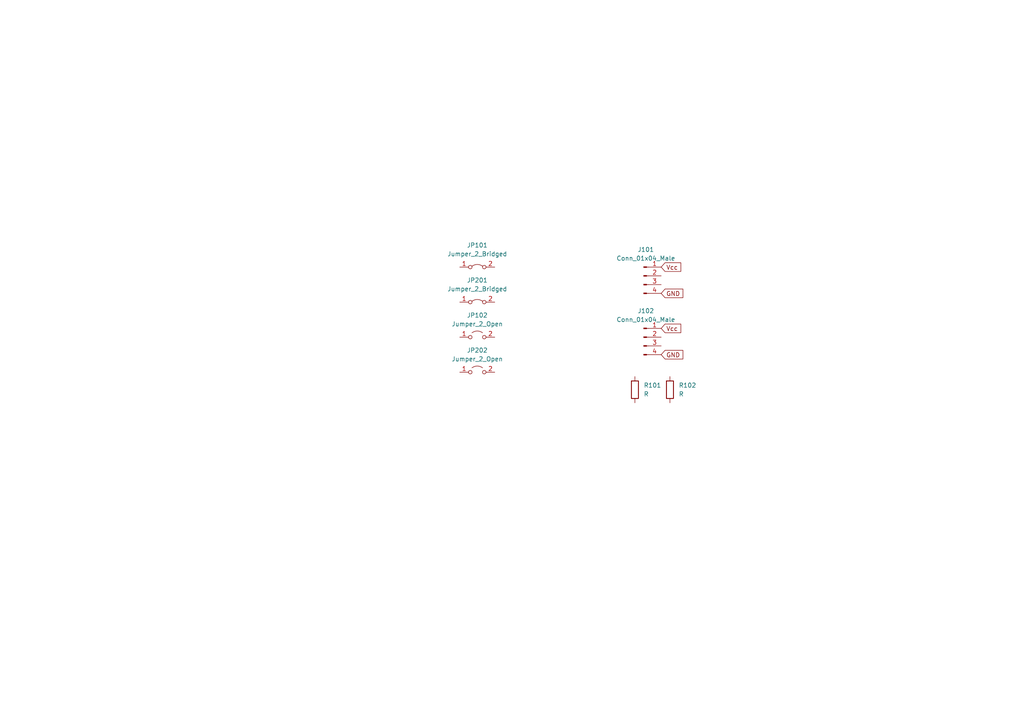
<source format=kicad_sch>
(kicad_sch (version 20211123) (generator eeschema)
  (paper "A4")
  (lib_symbols
    (symbol "Connector:Conn_01x04_Male" (pin_names (offset 1.016) hide)
      (property "Reference" "J" (at 0 5.08 0))
      (property "Value" "Conn_01x04_Male" (at 0 -7.62 0))
      (symbol "Conn_01x04_Male_1_1"
        (polyline (pts (xy 1.27 -5.08) (xy 0.8636 -5.08)) (stroke (width 0.1524)))
        (polyline (pts (xy 1.27 -2.54) (xy 0.8636 -2.54)) (stroke (width 0.1524)))
        (polyline (pts (xy 1.27 0) (xy 0.8636 0)) (stroke (width 0.1524)))
        (polyline (pts (xy 1.27 2.54) (xy 0.8636 2.54)) (stroke (width 0.1524)))
        (rectangle (start 0.8636 -4.953) (end 0 -5.207) (stroke (width 0.1524)) (fill (type outline)))
        (rectangle (start 0.8636 -2.413) (end 0 -2.667) (stroke (width 0.1524)) (fill (type outline)))
        (rectangle (start 0.8636 0.127) (end 0 -0.127) (stroke (width 0.1524)) (fill (type outline)))
        (rectangle (start 0.8636 2.667) (end 0 2.413) (stroke (width 0.1524)) (fill (type outline)))
        (pin passive line (at 5.08 2.54 180) (length 3.81) (name "Pin_1") (number "1"))
        (pin passive line (at 5.08 0 180) (length 3.81) (name "Pin_2") (number "2"))
        (pin passive line (at 5.08 -2.54 180) (length 3.81) (name "Pin_3") (number "3"))
        (pin passive line (at 5.08 -5.08 180) (length 3.81) (name "Pin_4") (number "4"))
      )
    )
    (symbol "Device:R" (pin_numbers hide) (pin_names (offset 0))
      (property "Reference" "R" (at 2.032 0 90))
      (property "Value" "R" (at 0 0 90))
      (symbol "R_0_1"
        (rectangle (start -1.016 -2.54) (end 1.016 2.54) (stroke (width 0.254)))
      )
      (symbol "R_1_1"
        (pin passive line (at 0 3.81 270) (length 1.27) (name "~") (number "1"))
        (pin passive line (at 0 -3.81 90) (length 1.27) (name "~") (number "2"))
      )
    )
    (symbol "Jumper:Jumper_2_Bridged" (pin_names (offset 0) hide)
      (property "Reference" "JP" (at 0 1.905 0))
      (property "Value" "Jumper_2_Bridged" (at 0 -2.54 0))
      (symbol "Jumper_2_Bridged_0_0"
        (circle (center -2.032 0) (radius 0.508))
        (circle (center 2.032 0) (radius 0.508))
      )
      (symbol "Jumper_2_Bridged_0_1"
        (arc (start 1.524 0.254) (mid 0 0.762) (end -1.524 0.254))
      )
      (symbol "Jumper_2_Bridged_1_1"
        (pin passive line (at -5.08 0 0) (length 2.54) (name "A") (number "1"))
        (pin passive line (at 5.08 0 180) (length 2.54) (name "B") (number "2"))
      )
    )
    (symbol "Jumper:Jumper_2_Open" (pin_names (offset 0) hide)
      (property "Reference" "JP" (at 0 2.794 0))
      (property "Value" "Jumper_2_Open" (at 0 -2.286 0))
      (symbol "Jumper_2_Open_0_0"
        (circle (center -2.032 0) (radius 0.508))
        (circle (center 2.032 0) (radius 0.508))
      )
      (symbol "Jumper_2_Open_0_1"
        (arc (start 1.524 1.27) (mid 0 1.778) (end -1.524 1.27))
      )
      (symbol "Jumper_2_Open_1_1"
        (pin passive line (at -5.08 0 0) (length 2.54) (name "A") (number "1"))
        (pin passive line (at 5.08 0 180) (length 2.54) (name "B") (number "2"))
      )
    )
  )
  (global_label "Vcc" (shape input) (at 191.77 77.47 0) (property "Intersheet References" "${INTERSHEET_REFS}" (effects hide)))
  (global_label "GND" (shape input) (at 191.77 85.09 0) (property "Intersheet References" "${INTERSHEET_REFS}" (effects hide)))
  (global_label "GND" (shape input) (at 191.77 102.87 0) (property "Intersheet References" "${INTERSHEET_REFS}" (effects hide)))
  (global_label "Vcc" (shape input) (at 191.77 95.25 0) (property "Intersheet References" "${INTERSHEET_REFS}" (effects hide)))
  (symbol (lib_id "Jumper:Jumper_2_Open") (at 138.43 107.95 0) (unit 1)
    (property "Reference" "JP202" (at 138.43 101.6 0))
    (property "Value" "Jumper_2_Open" (at 138.43 104.14 0))
    (property "Footprint" "Jumper:SolderJumper-2_P1.3mm_Open_RoundedPad1.0x1.5mm" (effects hide))
  )
  (symbol (lib_id "Jumper:Jumper_2_Bridged") (at 138.43 77.47 0) (unit 1)
    (property "Reference" "JP101" (at 138.43 71.12 0))
    (property "Value" "Jumper_2_Bridged" (at 138.43 73.66 0))
    (property "Footprint" "Customs:tinySJ-Bridged" (effects hide))
  )
  (symbol (lib_id "Connector:Conn_01x04_Male") (at 186.69 80.01 0) (unit 1)
    (property "Reference" "J101" (at 187.325 72.39 0))
    (property "Value" "Conn_01x04_Male" (at 187.325 74.93 0))
    (property "Footprint" "Connector_PinHeader_2.54mm:PinHeader_1x04_P2.54mm_Vertical" (effects hide))
  )
  (symbol (lib_id "Connector:Conn_01x04_Male") (at 186.69 97.79 0) (unit 1)
    (property "Reference" "J102" (at 187.325 90.17 0))
    (property "Value" "Conn_01x04_Male" (at 187.325 92.71 0))
    (property "Footprint" "Connector_PinHeader_1.27mm:PinHeader_1x04_P1.27mm_Vertical" (effects hide))
  )
  (symbol (lib_id "Device:R") (at 194.31 113.03 0) (unit 1)
    (property "Reference" "R102" (at 196.85 111.7599 0) (effects (justify left)))
    (property "Value" "R" (at 196.85 114.2999 0) (effects (justify left)))
    (property "Footprint" "Resistor_SMD:R_0805_2012Metric" (effects hide))
  )
  (symbol (lib_id "Device:R") (at 184.15 113.03 0) (unit 1)
    (property "Reference" "R101" (at 186.69 111.7599 0) (effects (justify left)))
    (property "Value" "R" (at 186.69 114.2999 0) (effects (justify left)))
    (property "Footprint" "Resistor_SMD:R_0603_1608Metric" (effects hide))
  )
  (symbol (lib_id "Jumper:Jumper_2_Open") (at 138.43 97.79 0) (unit 1)
    (property "Reference" "JP102" (at 138.43 91.44 0))
    (property "Value" "Jumper_2_Open" (at 138.43 93.98 0))
    (property "Footprint" "Customs:tinySJ-Open" (effects hide))
  )
  (symbol (lib_id "Jumper:Jumper_2_Bridged") (at 138.43 87.63 0) (unit 1)
    (property "Reference" "JP201" (at 138.43 81.28 0))
    (property "Value" "Jumper_2_Bridged" (at 138.43 83.82 0))
    (property "Footprint" "Jumper:SolderJumper-2_P1.3mm_Bridged_RoundedPad1.0x1.5mm" (effects hide))
  )
)
</source>
